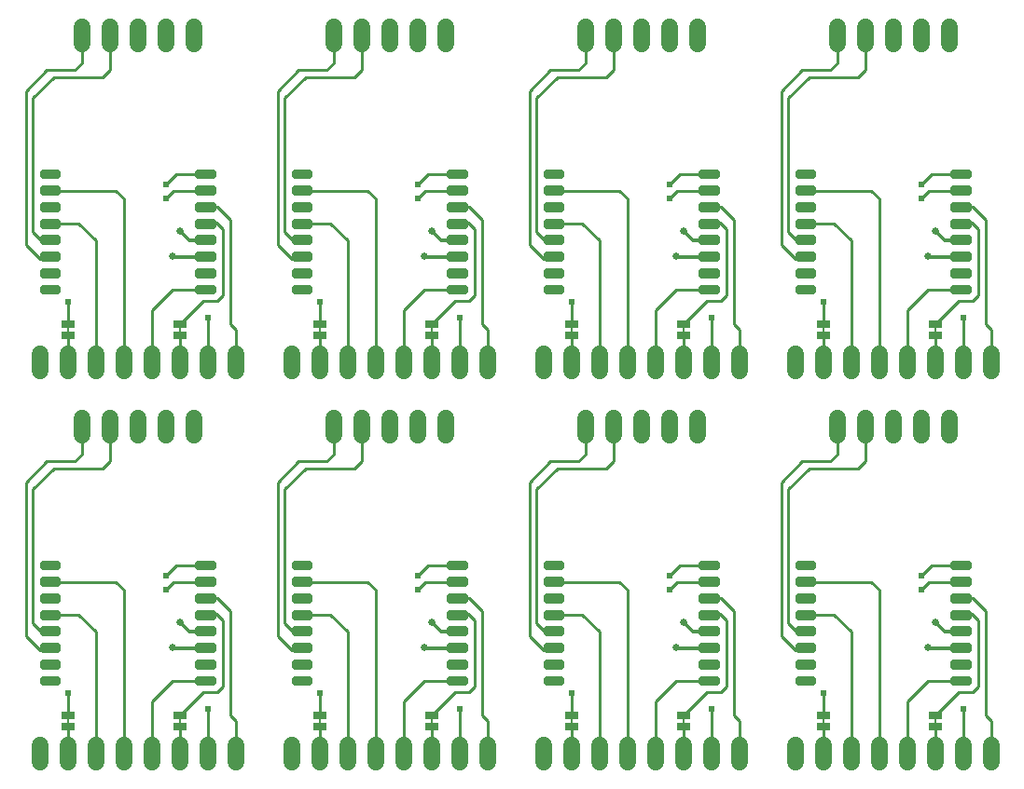
<source format=gtl>
G04 EAGLE Gerber RS-274X export*
G75*
%MOMM*%
%FSLAX34Y34*%
%LPD*%
%INTop Copper*%
%IPPOS*%
%AMOC8*
5,1,8,0,0,1.08239X$1,22.5*%
G01*
%ADD10C,0.648000*%
%ADD11C,1.524000*%
%ADD12C,0.203200*%
%ADD13R,1.270000X0.635000*%
%ADD14C,0.304800*%
%ADD15C,0.254000*%
%ADD16C,0.609600*%
%ADD17C,0.654800*%


D10*
X41360Y198830D02*
X28840Y198830D01*
X28840Y201350D01*
X41360Y201350D01*
X41360Y198830D01*
X41360Y183830D02*
X28840Y183830D01*
X28840Y186350D01*
X41360Y186350D01*
X41360Y183830D01*
X41360Y168830D02*
X28840Y168830D01*
X28840Y171350D01*
X41360Y171350D01*
X41360Y168830D01*
X41360Y153830D02*
X28840Y153830D01*
X28840Y156350D01*
X41360Y156350D01*
X41360Y153830D01*
X41360Y138830D02*
X28840Y138830D01*
X28840Y141350D01*
X41360Y141350D01*
X41360Y138830D01*
X41360Y123830D02*
X28840Y123830D01*
X28840Y126350D01*
X41360Y126350D01*
X41360Y123830D01*
X41360Y108830D02*
X28840Y108830D01*
X28840Y111350D01*
X41360Y111350D01*
X41360Y108830D01*
X41360Y93830D02*
X28840Y93830D01*
X28840Y96350D01*
X41360Y96350D01*
X41360Y93830D01*
X169840Y93830D02*
X182360Y93830D01*
X169840Y93830D02*
X169840Y96350D01*
X182360Y96350D01*
X182360Y93830D01*
X182360Y108830D02*
X169840Y108830D01*
X169840Y111350D01*
X182360Y111350D01*
X182360Y108830D01*
X182360Y123830D02*
X169840Y123830D01*
X169840Y126350D01*
X182360Y126350D01*
X182360Y123830D01*
X182360Y138830D02*
X169840Y138830D01*
X169840Y141350D01*
X182360Y141350D01*
X182360Y138830D01*
X182360Y153830D02*
X169840Y153830D01*
X169840Y156350D01*
X182360Y156350D01*
X182360Y153830D01*
X182360Y168830D02*
X169840Y168830D01*
X169840Y171350D01*
X182360Y171350D01*
X182360Y168830D01*
X182360Y183830D02*
X169840Y183830D01*
X169840Y186350D01*
X182360Y186350D01*
X182360Y183830D01*
X182360Y198830D02*
X169840Y198830D01*
X169840Y201350D01*
X182360Y201350D01*
X182360Y198830D01*
D11*
X63500Y318770D02*
X63500Y334010D01*
X88900Y334010D02*
X88900Y318770D01*
X114300Y318770D02*
X114300Y334010D01*
X139700Y334010D02*
X139700Y318770D01*
X165100Y318770D02*
X165100Y334010D01*
X203200Y36830D02*
X203200Y21590D01*
X177800Y21590D02*
X177800Y36830D01*
X152400Y36830D02*
X152400Y21590D01*
X127000Y21590D02*
X127000Y36830D01*
X101600Y36830D02*
X101600Y21590D01*
X76200Y21590D02*
X76200Y36830D01*
X50800Y36830D02*
X50800Y21590D01*
X25400Y21590D02*
X25400Y36830D01*
D12*
X50800Y54610D02*
X50800Y62230D01*
D13*
X50800Y53340D03*
X50800Y63500D03*
D12*
X152400Y62230D02*
X152400Y54610D01*
D13*
X152400Y53340D03*
X152400Y63500D03*
D10*
X257440Y198830D02*
X269960Y198830D01*
X257440Y198830D02*
X257440Y201350D01*
X269960Y201350D01*
X269960Y198830D01*
X269960Y183830D02*
X257440Y183830D01*
X257440Y186350D01*
X269960Y186350D01*
X269960Y183830D01*
X269960Y168830D02*
X257440Y168830D01*
X257440Y171350D01*
X269960Y171350D01*
X269960Y168830D01*
X269960Y153830D02*
X257440Y153830D01*
X257440Y156350D01*
X269960Y156350D01*
X269960Y153830D01*
X269960Y138830D02*
X257440Y138830D01*
X257440Y141350D01*
X269960Y141350D01*
X269960Y138830D01*
X269960Y123830D02*
X257440Y123830D01*
X257440Y126350D01*
X269960Y126350D01*
X269960Y123830D01*
X269960Y108830D02*
X257440Y108830D01*
X257440Y111350D01*
X269960Y111350D01*
X269960Y108830D01*
X269960Y93830D02*
X257440Y93830D01*
X257440Y96350D01*
X269960Y96350D01*
X269960Y93830D01*
X398440Y93830D02*
X410960Y93830D01*
X398440Y93830D02*
X398440Y96350D01*
X410960Y96350D01*
X410960Y93830D01*
X410960Y108830D02*
X398440Y108830D01*
X398440Y111350D01*
X410960Y111350D01*
X410960Y108830D01*
X410960Y123830D02*
X398440Y123830D01*
X398440Y126350D01*
X410960Y126350D01*
X410960Y123830D01*
X410960Y138830D02*
X398440Y138830D01*
X398440Y141350D01*
X410960Y141350D01*
X410960Y138830D01*
X410960Y153830D02*
X398440Y153830D01*
X398440Y156350D01*
X410960Y156350D01*
X410960Y153830D01*
X410960Y168830D02*
X398440Y168830D01*
X398440Y171350D01*
X410960Y171350D01*
X410960Y168830D01*
X410960Y183830D02*
X398440Y183830D01*
X398440Y186350D01*
X410960Y186350D01*
X410960Y183830D01*
X410960Y198830D02*
X398440Y198830D01*
X398440Y201350D01*
X410960Y201350D01*
X410960Y198830D01*
D11*
X292100Y318770D02*
X292100Y334010D01*
X317500Y334010D02*
X317500Y318770D01*
X342900Y318770D02*
X342900Y334010D01*
X368300Y334010D02*
X368300Y318770D01*
X393700Y318770D02*
X393700Y334010D01*
X431800Y36830D02*
X431800Y21590D01*
X406400Y21590D02*
X406400Y36830D01*
X381000Y36830D02*
X381000Y21590D01*
X355600Y21590D02*
X355600Y36830D01*
X330200Y36830D02*
X330200Y21590D01*
X304800Y21590D02*
X304800Y36830D01*
X279400Y36830D02*
X279400Y21590D01*
X254000Y21590D02*
X254000Y36830D01*
D12*
X279400Y54610D02*
X279400Y62230D01*
D13*
X279400Y53340D03*
X279400Y63500D03*
D12*
X381000Y62230D02*
X381000Y54610D01*
D13*
X381000Y53340D03*
X381000Y63500D03*
D10*
X486040Y198830D02*
X498560Y198830D01*
X486040Y198830D02*
X486040Y201350D01*
X498560Y201350D01*
X498560Y198830D01*
X498560Y183830D02*
X486040Y183830D01*
X486040Y186350D01*
X498560Y186350D01*
X498560Y183830D01*
X498560Y168830D02*
X486040Y168830D01*
X486040Y171350D01*
X498560Y171350D01*
X498560Y168830D01*
X498560Y153830D02*
X486040Y153830D01*
X486040Y156350D01*
X498560Y156350D01*
X498560Y153830D01*
X498560Y138830D02*
X486040Y138830D01*
X486040Y141350D01*
X498560Y141350D01*
X498560Y138830D01*
X498560Y123830D02*
X486040Y123830D01*
X486040Y126350D01*
X498560Y126350D01*
X498560Y123830D01*
X498560Y108830D02*
X486040Y108830D01*
X486040Y111350D01*
X498560Y111350D01*
X498560Y108830D01*
X498560Y93830D02*
X486040Y93830D01*
X486040Y96350D01*
X498560Y96350D01*
X498560Y93830D01*
X627040Y93830D02*
X639560Y93830D01*
X627040Y93830D02*
X627040Y96350D01*
X639560Y96350D01*
X639560Y93830D01*
X639560Y108830D02*
X627040Y108830D01*
X627040Y111350D01*
X639560Y111350D01*
X639560Y108830D01*
X639560Y123830D02*
X627040Y123830D01*
X627040Y126350D01*
X639560Y126350D01*
X639560Y123830D01*
X639560Y138830D02*
X627040Y138830D01*
X627040Y141350D01*
X639560Y141350D01*
X639560Y138830D01*
X639560Y153830D02*
X627040Y153830D01*
X627040Y156350D01*
X639560Y156350D01*
X639560Y153830D01*
X639560Y168830D02*
X627040Y168830D01*
X627040Y171350D01*
X639560Y171350D01*
X639560Y168830D01*
X639560Y183830D02*
X627040Y183830D01*
X627040Y186350D01*
X639560Y186350D01*
X639560Y183830D01*
X639560Y198830D02*
X627040Y198830D01*
X627040Y201350D01*
X639560Y201350D01*
X639560Y198830D01*
D11*
X520700Y318770D02*
X520700Y334010D01*
X546100Y334010D02*
X546100Y318770D01*
X571500Y318770D02*
X571500Y334010D01*
X596900Y334010D02*
X596900Y318770D01*
X622300Y318770D02*
X622300Y334010D01*
X660400Y36830D02*
X660400Y21590D01*
X635000Y21590D02*
X635000Y36830D01*
X609600Y36830D02*
X609600Y21590D01*
X584200Y21590D02*
X584200Y36830D01*
X558800Y36830D02*
X558800Y21590D01*
X533400Y21590D02*
X533400Y36830D01*
X508000Y36830D02*
X508000Y21590D01*
X482600Y21590D02*
X482600Y36830D01*
D12*
X508000Y54610D02*
X508000Y62230D01*
D13*
X508000Y53340D03*
X508000Y63500D03*
D12*
X609600Y62230D02*
X609600Y54610D01*
D13*
X609600Y53340D03*
X609600Y63500D03*
D10*
X714640Y198830D02*
X727160Y198830D01*
X714640Y198830D02*
X714640Y201350D01*
X727160Y201350D01*
X727160Y198830D01*
X727160Y183830D02*
X714640Y183830D01*
X714640Y186350D01*
X727160Y186350D01*
X727160Y183830D01*
X727160Y168830D02*
X714640Y168830D01*
X714640Y171350D01*
X727160Y171350D01*
X727160Y168830D01*
X727160Y153830D02*
X714640Y153830D01*
X714640Y156350D01*
X727160Y156350D01*
X727160Y153830D01*
X727160Y138830D02*
X714640Y138830D01*
X714640Y141350D01*
X727160Y141350D01*
X727160Y138830D01*
X727160Y123830D02*
X714640Y123830D01*
X714640Y126350D01*
X727160Y126350D01*
X727160Y123830D01*
X727160Y108830D02*
X714640Y108830D01*
X714640Y111350D01*
X727160Y111350D01*
X727160Y108830D01*
X727160Y93830D02*
X714640Y93830D01*
X714640Y96350D01*
X727160Y96350D01*
X727160Y93830D01*
X855640Y93830D02*
X868160Y93830D01*
X855640Y93830D02*
X855640Y96350D01*
X868160Y96350D01*
X868160Y93830D01*
X868160Y108830D02*
X855640Y108830D01*
X855640Y111350D01*
X868160Y111350D01*
X868160Y108830D01*
X868160Y123830D02*
X855640Y123830D01*
X855640Y126350D01*
X868160Y126350D01*
X868160Y123830D01*
X868160Y138830D02*
X855640Y138830D01*
X855640Y141350D01*
X868160Y141350D01*
X868160Y138830D01*
X868160Y153830D02*
X855640Y153830D01*
X855640Y156350D01*
X868160Y156350D01*
X868160Y153830D01*
X868160Y168830D02*
X855640Y168830D01*
X855640Y171350D01*
X868160Y171350D01*
X868160Y168830D01*
X868160Y183830D02*
X855640Y183830D01*
X855640Y186350D01*
X868160Y186350D01*
X868160Y183830D01*
X868160Y198830D02*
X855640Y198830D01*
X855640Y201350D01*
X868160Y201350D01*
X868160Y198830D01*
D11*
X749300Y318770D02*
X749300Y334010D01*
X774700Y334010D02*
X774700Y318770D01*
X800100Y318770D02*
X800100Y334010D01*
X825500Y334010D02*
X825500Y318770D01*
X850900Y318770D02*
X850900Y334010D01*
X889000Y36830D02*
X889000Y21590D01*
X863600Y21590D02*
X863600Y36830D01*
X838200Y36830D02*
X838200Y21590D01*
X812800Y21590D02*
X812800Y36830D01*
X787400Y36830D02*
X787400Y21590D01*
X762000Y21590D02*
X762000Y36830D01*
X736600Y36830D02*
X736600Y21590D01*
X711200Y21590D02*
X711200Y36830D01*
D12*
X736600Y54610D02*
X736600Y62230D01*
D13*
X736600Y53340D03*
X736600Y63500D03*
D12*
X838200Y62230D02*
X838200Y54610D01*
D13*
X838200Y53340D03*
X838200Y63500D03*
D10*
X41360Y554430D02*
X28840Y554430D01*
X28840Y556950D01*
X41360Y556950D01*
X41360Y554430D01*
X41360Y539430D02*
X28840Y539430D01*
X28840Y541950D01*
X41360Y541950D01*
X41360Y539430D01*
X41360Y524430D02*
X28840Y524430D01*
X28840Y526950D01*
X41360Y526950D01*
X41360Y524430D01*
X41360Y509430D02*
X28840Y509430D01*
X28840Y511950D01*
X41360Y511950D01*
X41360Y509430D01*
X41360Y494430D02*
X28840Y494430D01*
X28840Y496950D01*
X41360Y496950D01*
X41360Y494430D01*
X41360Y479430D02*
X28840Y479430D01*
X28840Y481950D01*
X41360Y481950D01*
X41360Y479430D01*
X41360Y464430D02*
X28840Y464430D01*
X28840Y466950D01*
X41360Y466950D01*
X41360Y464430D01*
X41360Y449430D02*
X28840Y449430D01*
X28840Y451950D01*
X41360Y451950D01*
X41360Y449430D01*
X169840Y449430D02*
X182360Y449430D01*
X169840Y449430D02*
X169840Y451950D01*
X182360Y451950D01*
X182360Y449430D01*
X182360Y464430D02*
X169840Y464430D01*
X169840Y466950D01*
X182360Y466950D01*
X182360Y464430D01*
X182360Y479430D02*
X169840Y479430D01*
X169840Y481950D01*
X182360Y481950D01*
X182360Y479430D01*
X182360Y494430D02*
X169840Y494430D01*
X169840Y496950D01*
X182360Y496950D01*
X182360Y494430D01*
X182360Y509430D02*
X169840Y509430D01*
X169840Y511950D01*
X182360Y511950D01*
X182360Y509430D01*
X182360Y524430D02*
X169840Y524430D01*
X169840Y526950D01*
X182360Y526950D01*
X182360Y524430D01*
X182360Y539430D02*
X169840Y539430D01*
X169840Y541950D01*
X182360Y541950D01*
X182360Y539430D01*
X182360Y554430D02*
X169840Y554430D01*
X169840Y556950D01*
X182360Y556950D01*
X182360Y554430D01*
D11*
X63500Y674370D02*
X63500Y689610D01*
X88900Y689610D02*
X88900Y674370D01*
X114300Y674370D02*
X114300Y689610D01*
X139700Y689610D02*
X139700Y674370D01*
X165100Y674370D02*
X165100Y689610D01*
X203200Y392430D02*
X203200Y377190D01*
X177800Y377190D02*
X177800Y392430D01*
X152400Y392430D02*
X152400Y377190D01*
X127000Y377190D02*
X127000Y392430D01*
X101600Y392430D02*
X101600Y377190D01*
X76200Y377190D02*
X76200Y392430D01*
X50800Y392430D02*
X50800Y377190D01*
X25400Y377190D02*
X25400Y392430D01*
D12*
X50800Y410210D02*
X50800Y417830D01*
D13*
X50800Y408940D03*
X50800Y419100D03*
D12*
X152400Y417830D02*
X152400Y410210D01*
D13*
X152400Y408940D03*
X152400Y419100D03*
D10*
X257440Y554430D02*
X269960Y554430D01*
X257440Y554430D02*
X257440Y556950D01*
X269960Y556950D01*
X269960Y554430D01*
X269960Y539430D02*
X257440Y539430D01*
X257440Y541950D01*
X269960Y541950D01*
X269960Y539430D01*
X269960Y524430D02*
X257440Y524430D01*
X257440Y526950D01*
X269960Y526950D01*
X269960Y524430D01*
X269960Y509430D02*
X257440Y509430D01*
X257440Y511950D01*
X269960Y511950D01*
X269960Y509430D01*
X269960Y494430D02*
X257440Y494430D01*
X257440Y496950D01*
X269960Y496950D01*
X269960Y494430D01*
X269960Y479430D02*
X257440Y479430D01*
X257440Y481950D01*
X269960Y481950D01*
X269960Y479430D01*
X269960Y464430D02*
X257440Y464430D01*
X257440Y466950D01*
X269960Y466950D01*
X269960Y464430D01*
X269960Y449430D02*
X257440Y449430D01*
X257440Y451950D01*
X269960Y451950D01*
X269960Y449430D01*
X398440Y449430D02*
X410960Y449430D01*
X398440Y449430D02*
X398440Y451950D01*
X410960Y451950D01*
X410960Y449430D01*
X410960Y464430D02*
X398440Y464430D01*
X398440Y466950D01*
X410960Y466950D01*
X410960Y464430D01*
X410960Y479430D02*
X398440Y479430D01*
X398440Y481950D01*
X410960Y481950D01*
X410960Y479430D01*
X410960Y494430D02*
X398440Y494430D01*
X398440Y496950D01*
X410960Y496950D01*
X410960Y494430D01*
X410960Y509430D02*
X398440Y509430D01*
X398440Y511950D01*
X410960Y511950D01*
X410960Y509430D01*
X410960Y524430D02*
X398440Y524430D01*
X398440Y526950D01*
X410960Y526950D01*
X410960Y524430D01*
X410960Y539430D02*
X398440Y539430D01*
X398440Y541950D01*
X410960Y541950D01*
X410960Y539430D01*
X410960Y554430D02*
X398440Y554430D01*
X398440Y556950D01*
X410960Y556950D01*
X410960Y554430D01*
D11*
X292100Y674370D02*
X292100Y689610D01*
X317500Y689610D02*
X317500Y674370D01*
X342900Y674370D02*
X342900Y689610D01*
X368300Y689610D02*
X368300Y674370D01*
X393700Y674370D02*
X393700Y689610D01*
X431800Y392430D02*
X431800Y377190D01*
X406400Y377190D02*
X406400Y392430D01*
X381000Y392430D02*
X381000Y377190D01*
X355600Y377190D02*
X355600Y392430D01*
X330200Y392430D02*
X330200Y377190D01*
X304800Y377190D02*
X304800Y392430D01*
X279400Y392430D02*
X279400Y377190D01*
X254000Y377190D02*
X254000Y392430D01*
D12*
X279400Y410210D02*
X279400Y417830D01*
D13*
X279400Y408940D03*
X279400Y419100D03*
D12*
X381000Y417830D02*
X381000Y410210D01*
D13*
X381000Y408940D03*
X381000Y419100D03*
D10*
X486040Y554430D02*
X498560Y554430D01*
X486040Y554430D02*
X486040Y556950D01*
X498560Y556950D01*
X498560Y554430D01*
X498560Y539430D02*
X486040Y539430D01*
X486040Y541950D01*
X498560Y541950D01*
X498560Y539430D01*
X498560Y524430D02*
X486040Y524430D01*
X486040Y526950D01*
X498560Y526950D01*
X498560Y524430D01*
X498560Y509430D02*
X486040Y509430D01*
X486040Y511950D01*
X498560Y511950D01*
X498560Y509430D01*
X498560Y494430D02*
X486040Y494430D01*
X486040Y496950D01*
X498560Y496950D01*
X498560Y494430D01*
X498560Y479430D02*
X486040Y479430D01*
X486040Y481950D01*
X498560Y481950D01*
X498560Y479430D01*
X498560Y464430D02*
X486040Y464430D01*
X486040Y466950D01*
X498560Y466950D01*
X498560Y464430D01*
X498560Y449430D02*
X486040Y449430D01*
X486040Y451950D01*
X498560Y451950D01*
X498560Y449430D01*
X627040Y449430D02*
X639560Y449430D01*
X627040Y449430D02*
X627040Y451950D01*
X639560Y451950D01*
X639560Y449430D01*
X639560Y464430D02*
X627040Y464430D01*
X627040Y466950D01*
X639560Y466950D01*
X639560Y464430D01*
X639560Y479430D02*
X627040Y479430D01*
X627040Y481950D01*
X639560Y481950D01*
X639560Y479430D01*
X639560Y494430D02*
X627040Y494430D01*
X627040Y496950D01*
X639560Y496950D01*
X639560Y494430D01*
X639560Y509430D02*
X627040Y509430D01*
X627040Y511950D01*
X639560Y511950D01*
X639560Y509430D01*
X639560Y524430D02*
X627040Y524430D01*
X627040Y526950D01*
X639560Y526950D01*
X639560Y524430D01*
X639560Y539430D02*
X627040Y539430D01*
X627040Y541950D01*
X639560Y541950D01*
X639560Y539430D01*
X639560Y554430D02*
X627040Y554430D01*
X627040Y556950D01*
X639560Y556950D01*
X639560Y554430D01*
D11*
X520700Y674370D02*
X520700Y689610D01*
X546100Y689610D02*
X546100Y674370D01*
X571500Y674370D02*
X571500Y689610D01*
X596900Y689610D02*
X596900Y674370D01*
X622300Y674370D02*
X622300Y689610D01*
X660400Y392430D02*
X660400Y377190D01*
X635000Y377190D02*
X635000Y392430D01*
X609600Y392430D02*
X609600Y377190D01*
X584200Y377190D02*
X584200Y392430D01*
X558800Y392430D02*
X558800Y377190D01*
X533400Y377190D02*
X533400Y392430D01*
X508000Y392430D02*
X508000Y377190D01*
X482600Y377190D02*
X482600Y392430D01*
D12*
X508000Y410210D02*
X508000Y417830D01*
D13*
X508000Y408940D03*
X508000Y419100D03*
D12*
X609600Y417830D02*
X609600Y410210D01*
D13*
X609600Y408940D03*
X609600Y419100D03*
D10*
X714640Y554430D02*
X727160Y554430D01*
X714640Y554430D02*
X714640Y556950D01*
X727160Y556950D01*
X727160Y554430D01*
X727160Y539430D02*
X714640Y539430D01*
X714640Y541950D01*
X727160Y541950D01*
X727160Y539430D01*
X727160Y524430D02*
X714640Y524430D01*
X714640Y526950D01*
X727160Y526950D01*
X727160Y524430D01*
X727160Y509430D02*
X714640Y509430D01*
X714640Y511950D01*
X727160Y511950D01*
X727160Y509430D01*
X727160Y494430D02*
X714640Y494430D01*
X714640Y496950D01*
X727160Y496950D01*
X727160Y494430D01*
X727160Y479430D02*
X714640Y479430D01*
X714640Y481950D01*
X727160Y481950D01*
X727160Y479430D01*
X727160Y464430D02*
X714640Y464430D01*
X714640Y466950D01*
X727160Y466950D01*
X727160Y464430D01*
X727160Y449430D02*
X714640Y449430D01*
X714640Y451950D01*
X727160Y451950D01*
X727160Y449430D01*
X855640Y449430D02*
X868160Y449430D01*
X855640Y449430D02*
X855640Y451950D01*
X868160Y451950D01*
X868160Y449430D01*
X868160Y464430D02*
X855640Y464430D01*
X855640Y466950D01*
X868160Y466950D01*
X868160Y464430D01*
X868160Y479430D02*
X855640Y479430D01*
X855640Y481950D01*
X868160Y481950D01*
X868160Y479430D01*
X868160Y494430D02*
X855640Y494430D01*
X855640Y496950D01*
X868160Y496950D01*
X868160Y494430D01*
X868160Y509430D02*
X855640Y509430D01*
X855640Y511950D01*
X868160Y511950D01*
X868160Y509430D01*
X868160Y524430D02*
X855640Y524430D01*
X855640Y526950D01*
X868160Y526950D01*
X868160Y524430D01*
X868160Y539430D02*
X855640Y539430D01*
X855640Y541950D01*
X868160Y541950D01*
X868160Y539430D01*
X868160Y554430D02*
X855640Y554430D01*
X855640Y556950D01*
X868160Y556950D01*
X868160Y554430D01*
D11*
X749300Y674370D02*
X749300Y689610D01*
X774700Y689610D02*
X774700Y674370D01*
X800100Y674370D02*
X800100Y689610D01*
X825500Y689610D02*
X825500Y674370D01*
X850900Y674370D02*
X850900Y689610D01*
X889000Y392430D02*
X889000Y377190D01*
X863600Y377190D02*
X863600Y392430D01*
X838200Y392430D02*
X838200Y377190D01*
X812800Y377190D02*
X812800Y392430D01*
X787400Y392430D02*
X787400Y377190D01*
X762000Y377190D02*
X762000Y392430D01*
X736600Y392430D02*
X736600Y377190D01*
X711200Y377190D02*
X711200Y392430D01*
D12*
X736600Y410210D02*
X736600Y417830D01*
D13*
X736600Y408940D03*
X736600Y419100D03*
D12*
X838200Y417830D02*
X838200Y410210D01*
D13*
X838200Y408940D03*
X838200Y419100D03*
D14*
X35100Y140090D02*
X26280Y140090D01*
D15*
X19050Y147320D01*
X19050Y269240D01*
X38100Y288290D01*
X82550Y288290D02*
X88900Y294640D01*
X88900Y326390D01*
X82550Y288290D02*
X38100Y288290D01*
X149290Y200090D02*
X176100Y200090D01*
X149290Y200090D02*
X139700Y190500D01*
D16*
X139700Y190500D03*
D15*
X50800Y83820D02*
X50800Y63500D01*
D16*
X50800Y83820D03*
X139700Y177800D03*
D15*
X146990Y185090D01*
X176100Y185090D01*
X198120Y158750D02*
X198120Y63500D01*
X198120Y158750D02*
X186690Y170180D01*
X176190Y170180D01*
D14*
X176100Y170090D01*
D15*
X198120Y63500D02*
X203200Y58420D01*
X203200Y29210D01*
X186690Y85090D02*
X191770Y90170D01*
D14*
X186540Y155090D02*
X176100Y155090D01*
D15*
X191770Y149860D02*
X191770Y90170D01*
X191770Y149860D02*
X186540Y155090D01*
X173990Y85090D02*
X152400Y63500D01*
X173990Y85090D02*
X186690Y85090D01*
D14*
X176100Y95090D02*
X175940Y95250D01*
D15*
X146050Y95250D02*
X127000Y76200D01*
X146050Y95250D02*
X175940Y95250D01*
X127000Y76200D02*
X127000Y29210D01*
X63500Y300990D02*
X63500Y326390D01*
X63500Y300990D02*
X57150Y294640D01*
X31750Y294640D01*
X12700Y275590D01*
X12700Y135890D02*
X25400Y123190D01*
D14*
X33200Y123190D01*
X35100Y125090D01*
D15*
X12700Y135890D02*
X12700Y275590D01*
X101600Y177800D02*
X101600Y29210D01*
X94310Y185090D02*
X35100Y185090D01*
X94310Y185090D02*
X101600Y177800D01*
X76200Y139700D02*
X76200Y29210D01*
X60810Y155090D02*
X35100Y155090D01*
X60810Y155090D02*
X76200Y139700D01*
D14*
X160900Y140090D02*
X176100Y140090D01*
X160900Y140090D02*
X152400Y148590D01*
D17*
X152400Y148590D03*
D15*
X177800Y69850D02*
X177800Y29210D01*
D16*
X177800Y69850D03*
D14*
X176100Y125090D02*
X146690Y125090D01*
X146050Y125730D01*
D17*
X146050Y125730D03*
D15*
X50800Y53340D02*
X50800Y29210D01*
X152400Y29210D02*
X152400Y53340D01*
D14*
X254880Y140090D02*
X263700Y140090D01*
D15*
X254880Y140090D02*
X247650Y147320D01*
X247650Y269240D01*
X266700Y288290D01*
X311150Y288290D02*
X317500Y294640D01*
X317500Y326390D01*
X311150Y288290D02*
X266700Y288290D01*
X377890Y200090D02*
X404700Y200090D01*
X377890Y200090D02*
X368300Y190500D01*
D16*
X368300Y190500D03*
D15*
X279400Y83820D02*
X279400Y63500D01*
D16*
X279400Y83820D03*
X368300Y177800D03*
D15*
X375590Y185090D01*
X404700Y185090D01*
X426720Y158750D02*
X426720Y63500D01*
X426720Y158750D02*
X415290Y170180D01*
X404790Y170180D01*
D14*
X404700Y170090D01*
D15*
X426720Y63500D02*
X431800Y58420D01*
X431800Y29210D01*
X415290Y85090D02*
X420370Y90170D01*
D14*
X415140Y155090D02*
X404700Y155090D01*
D15*
X420370Y149860D02*
X420370Y90170D01*
X420370Y149860D02*
X415140Y155090D01*
X402590Y85090D02*
X381000Y63500D01*
X402590Y85090D02*
X415290Y85090D01*
D14*
X404700Y95090D02*
X404540Y95250D01*
D15*
X374650Y95250D02*
X355600Y76200D01*
X374650Y95250D02*
X404540Y95250D01*
X355600Y76200D02*
X355600Y29210D01*
X292100Y300990D02*
X292100Y326390D01*
X292100Y300990D02*
X285750Y294640D01*
X260350Y294640D01*
X241300Y275590D01*
X241300Y135890D02*
X254000Y123190D01*
D14*
X261800Y123190D01*
X263700Y125090D01*
D15*
X241300Y135890D02*
X241300Y275590D01*
X330200Y177800D02*
X330200Y29210D01*
X322910Y185090D02*
X263700Y185090D01*
X322910Y185090D02*
X330200Y177800D01*
X304800Y139700D02*
X304800Y29210D01*
X289410Y155090D02*
X263700Y155090D01*
X289410Y155090D02*
X304800Y139700D01*
D14*
X389500Y140090D02*
X404700Y140090D01*
X389500Y140090D02*
X381000Y148590D01*
D17*
X381000Y148590D03*
D15*
X406400Y69850D02*
X406400Y29210D01*
D16*
X406400Y69850D03*
D14*
X404700Y125090D02*
X375290Y125090D01*
X374650Y125730D01*
D17*
X374650Y125730D03*
D15*
X279400Y53340D02*
X279400Y29210D01*
X381000Y29210D02*
X381000Y53340D01*
D14*
X483480Y140090D02*
X492300Y140090D01*
D15*
X483480Y140090D02*
X476250Y147320D01*
X476250Y269240D01*
X495300Y288290D01*
X539750Y288290D02*
X546100Y294640D01*
X546100Y326390D01*
X539750Y288290D02*
X495300Y288290D01*
X606490Y200090D02*
X633300Y200090D01*
X606490Y200090D02*
X596900Y190500D01*
D16*
X596900Y190500D03*
D15*
X508000Y83820D02*
X508000Y63500D01*
D16*
X508000Y83820D03*
X596900Y177800D03*
D15*
X604190Y185090D01*
X633300Y185090D01*
X655320Y158750D02*
X655320Y63500D01*
X655320Y158750D02*
X643890Y170180D01*
X633390Y170180D01*
D14*
X633300Y170090D01*
D15*
X655320Y63500D02*
X660400Y58420D01*
X660400Y29210D01*
X643890Y85090D02*
X648970Y90170D01*
D14*
X643740Y155090D02*
X633300Y155090D01*
D15*
X648970Y149860D02*
X648970Y90170D01*
X648970Y149860D02*
X643740Y155090D01*
X631190Y85090D02*
X609600Y63500D01*
X631190Y85090D02*
X643890Y85090D01*
D14*
X633300Y95090D02*
X633140Y95250D01*
D15*
X603250Y95250D02*
X584200Y76200D01*
X603250Y95250D02*
X633140Y95250D01*
X584200Y76200D02*
X584200Y29210D01*
X520700Y300990D02*
X520700Y326390D01*
X520700Y300990D02*
X514350Y294640D01*
X488950Y294640D01*
X469900Y275590D01*
X469900Y135890D02*
X482600Y123190D01*
D14*
X490400Y123190D01*
X492300Y125090D01*
D15*
X469900Y135890D02*
X469900Y275590D01*
X558800Y177800D02*
X558800Y29210D01*
X551510Y185090D02*
X492300Y185090D01*
X551510Y185090D02*
X558800Y177800D01*
X533400Y139700D02*
X533400Y29210D01*
X518010Y155090D02*
X492300Y155090D01*
X518010Y155090D02*
X533400Y139700D01*
D14*
X618100Y140090D02*
X633300Y140090D01*
X618100Y140090D02*
X609600Y148590D01*
D17*
X609600Y148590D03*
D15*
X635000Y69850D02*
X635000Y29210D01*
D16*
X635000Y69850D03*
D14*
X633300Y125090D02*
X603890Y125090D01*
X603250Y125730D01*
D17*
X603250Y125730D03*
D15*
X508000Y53340D02*
X508000Y29210D01*
X609600Y29210D02*
X609600Y53340D01*
D14*
X712080Y140090D02*
X720900Y140090D01*
D15*
X712080Y140090D02*
X704850Y147320D01*
X704850Y269240D01*
X723900Y288290D01*
X768350Y288290D02*
X774700Y294640D01*
X774700Y326390D01*
X768350Y288290D02*
X723900Y288290D01*
X835090Y200090D02*
X861900Y200090D01*
X835090Y200090D02*
X825500Y190500D01*
D16*
X825500Y190500D03*
D15*
X736600Y83820D02*
X736600Y63500D01*
D16*
X736600Y83820D03*
X825500Y177800D03*
D15*
X832790Y185090D01*
X861900Y185090D01*
X883920Y158750D02*
X883920Y63500D01*
X883920Y158750D02*
X872490Y170180D01*
X861990Y170180D01*
D14*
X861900Y170090D01*
D15*
X883920Y63500D02*
X889000Y58420D01*
X889000Y29210D01*
X872490Y85090D02*
X877570Y90170D01*
D14*
X872340Y155090D02*
X861900Y155090D01*
D15*
X877570Y149860D02*
X877570Y90170D01*
X877570Y149860D02*
X872340Y155090D01*
X859790Y85090D02*
X838200Y63500D01*
X859790Y85090D02*
X872490Y85090D01*
D14*
X861900Y95090D02*
X861740Y95250D01*
D15*
X831850Y95250D02*
X812800Y76200D01*
X831850Y95250D02*
X861740Y95250D01*
X812800Y76200D02*
X812800Y29210D01*
X749300Y300990D02*
X749300Y326390D01*
X749300Y300990D02*
X742950Y294640D01*
X717550Y294640D01*
X698500Y275590D01*
X698500Y135890D02*
X711200Y123190D01*
D14*
X719000Y123190D01*
X720900Y125090D01*
D15*
X698500Y135890D02*
X698500Y275590D01*
X787400Y177800D02*
X787400Y29210D01*
X780110Y185090D02*
X720900Y185090D01*
X780110Y185090D02*
X787400Y177800D01*
X762000Y139700D02*
X762000Y29210D01*
X746610Y155090D02*
X720900Y155090D01*
X746610Y155090D02*
X762000Y139700D01*
D14*
X846700Y140090D02*
X861900Y140090D01*
X846700Y140090D02*
X838200Y148590D01*
D17*
X838200Y148590D03*
D15*
X863600Y69850D02*
X863600Y29210D01*
D16*
X863600Y69850D03*
D14*
X861900Y125090D02*
X832490Y125090D01*
X831850Y125730D01*
D17*
X831850Y125730D03*
D15*
X736600Y53340D02*
X736600Y29210D01*
X838200Y29210D02*
X838200Y53340D01*
D14*
X35100Y495690D02*
X26280Y495690D01*
D15*
X19050Y502920D01*
X19050Y624840D01*
X38100Y643890D01*
X82550Y643890D02*
X88900Y650240D01*
X88900Y681990D01*
X82550Y643890D02*
X38100Y643890D01*
X149290Y555690D02*
X176100Y555690D01*
X149290Y555690D02*
X139700Y546100D01*
D16*
X139700Y546100D03*
D15*
X50800Y439420D02*
X50800Y419100D01*
D16*
X50800Y439420D03*
X139700Y533400D03*
D15*
X146990Y540690D01*
X176100Y540690D01*
X198120Y514350D02*
X198120Y419100D01*
X198120Y514350D02*
X186690Y525780D01*
X176190Y525780D01*
D14*
X176100Y525690D01*
D15*
X198120Y419100D02*
X203200Y414020D01*
X203200Y384810D01*
X186690Y440690D02*
X191770Y445770D01*
D14*
X186540Y510690D02*
X176100Y510690D01*
D15*
X191770Y505460D02*
X191770Y445770D01*
X191770Y505460D02*
X186540Y510690D01*
X173990Y440690D02*
X152400Y419100D01*
X173990Y440690D02*
X186690Y440690D01*
D14*
X176100Y450690D02*
X175940Y450850D01*
D15*
X146050Y450850D02*
X127000Y431800D01*
X146050Y450850D02*
X175940Y450850D01*
X127000Y431800D02*
X127000Y384810D01*
X63500Y656590D02*
X63500Y681990D01*
X63500Y656590D02*
X57150Y650240D01*
X31750Y650240D01*
X12700Y631190D01*
X12700Y491490D02*
X25400Y478790D01*
D14*
X33200Y478790D01*
X35100Y480690D01*
D15*
X12700Y491490D02*
X12700Y631190D01*
X101600Y533400D02*
X101600Y384810D01*
X94310Y540690D02*
X35100Y540690D01*
X94310Y540690D02*
X101600Y533400D01*
X76200Y495300D02*
X76200Y384810D01*
X60810Y510690D02*
X35100Y510690D01*
X60810Y510690D02*
X76200Y495300D01*
D14*
X160900Y495690D02*
X176100Y495690D01*
X160900Y495690D02*
X152400Y504190D01*
D17*
X152400Y504190D03*
D15*
X177800Y425450D02*
X177800Y384810D01*
D16*
X177800Y425450D03*
D14*
X176100Y480690D02*
X146690Y480690D01*
X146050Y481330D01*
D17*
X146050Y481330D03*
D15*
X50800Y408940D02*
X50800Y384810D01*
X152400Y384810D02*
X152400Y408940D01*
D14*
X254880Y495690D02*
X263700Y495690D01*
D15*
X254880Y495690D02*
X247650Y502920D01*
X247650Y624840D01*
X266700Y643890D01*
X311150Y643890D02*
X317500Y650240D01*
X317500Y681990D01*
X311150Y643890D02*
X266700Y643890D01*
X377890Y555690D02*
X404700Y555690D01*
X377890Y555690D02*
X368300Y546100D01*
D16*
X368300Y546100D03*
D15*
X279400Y439420D02*
X279400Y419100D01*
D16*
X279400Y439420D03*
X368300Y533400D03*
D15*
X375590Y540690D01*
X404700Y540690D01*
X426720Y514350D02*
X426720Y419100D01*
X426720Y514350D02*
X415290Y525780D01*
X404790Y525780D01*
D14*
X404700Y525690D01*
D15*
X426720Y419100D02*
X431800Y414020D01*
X431800Y384810D01*
X415290Y440690D02*
X420370Y445770D01*
D14*
X415140Y510690D02*
X404700Y510690D01*
D15*
X420370Y505460D02*
X420370Y445770D01*
X420370Y505460D02*
X415140Y510690D01*
X402590Y440690D02*
X381000Y419100D01*
X402590Y440690D02*
X415290Y440690D01*
D14*
X404700Y450690D02*
X404540Y450850D01*
D15*
X374650Y450850D02*
X355600Y431800D01*
X374650Y450850D02*
X404540Y450850D01*
X355600Y431800D02*
X355600Y384810D01*
X292100Y656590D02*
X292100Y681990D01*
X292100Y656590D02*
X285750Y650240D01*
X260350Y650240D01*
X241300Y631190D01*
X241300Y491490D02*
X254000Y478790D01*
D14*
X261800Y478790D01*
X263700Y480690D01*
D15*
X241300Y491490D02*
X241300Y631190D01*
X330200Y533400D02*
X330200Y384810D01*
X322910Y540690D02*
X263700Y540690D01*
X322910Y540690D02*
X330200Y533400D01*
X304800Y495300D02*
X304800Y384810D01*
X289410Y510690D02*
X263700Y510690D01*
X289410Y510690D02*
X304800Y495300D01*
D14*
X389500Y495690D02*
X404700Y495690D01*
X389500Y495690D02*
X381000Y504190D01*
D17*
X381000Y504190D03*
D15*
X406400Y425450D02*
X406400Y384810D01*
D16*
X406400Y425450D03*
D14*
X404700Y480690D02*
X375290Y480690D01*
X374650Y481330D01*
D17*
X374650Y481330D03*
D15*
X279400Y408940D02*
X279400Y384810D01*
X381000Y384810D02*
X381000Y408940D01*
D14*
X483480Y495690D02*
X492300Y495690D01*
D15*
X483480Y495690D02*
X476250Y502920D01*
X476250Y624840D01*
X495300Y643890D01*
X539750Y643890D02*
X546100Y650240D01*
X546100Y681990D01*
X539750Y643890D02*
X495300Y643890D01*
X606490Y555690D02*
X633300Y555690D01*
X606490Y555690D02*
X596900Y546100D01*
D16*
X596900Y546100D03*
D15*
X508000Y439420D02*
X508000Y419100D01*
D16*
X508000Y439420D03*
X596900Y533400D03*
D15*
X604190Y540690D01*
X633300Y540690D01*
X655320Y514350D02*
X655320Y419100D01*
X655320Y514350D02*
X643890Y525780D01*
X633390Y525780D01*
D14*
X633300Y525690D01*
D15*
X655320Y419100D02*
X660400Y414020D01*
X660400Y384810D01*
X643890Y440690D02*
X648970Y445770D01*
D14*
X643740Y510690D02*
X633300Y510690D01*
D15*
X648970Y505460D02*
X648970Y445770D01*
X648970Y505460D02*
X643740Y510690D01*
X631190Y440690D02*
X609600Y419100D01*
X631190Y440690D02*
X643890Y440690D01*
D14*
X633300Y450690D02*
X633140Y450850D01*
D15*
X603250Y450850D02*
X584200Y431800D01*
X603250Y450850D02*
X633140Y450850D01*
X584200Y431800D02*
X584200Y384810D01*
X520700Y656590D02*
X520700Y681990D01*
X520700Y656590D02*
X514350Y650240D01*
X488950Y650240D01*
X469900Y631190D01*
X469900Y491490D02*
X482600Y478790D01*
D14*
X490400Y478790D01*
X492300Y480690D01*
D15*
X469900Y491490D02*
X469900Y631190D01*
X558800Y533400D02*
X558800Y384810D01*
X551510Y540690D02*
X492300Y540690D01*
X551510Y540690D02*
X558800Y533400D01*
X533400Y495300D02*
X533400Y384810D01*
X518010Y510690D02*
X492300Y510690D01*
X518010Y510690D02*
X533400Y495300D01*
D14*
X618100Y495690D02*
X633300Y495690D01*
X618100Y495690D02*
X609600Y504190D01*
D17*
X609600Y504190D03*
D15*
X635000Y425450D02*
X635000Y384810D01*
D16*
X635000Y425450D03*
D14*
X633300Y480690D02*
X603890Y480690D01*
X603250Y481330D01*
D17*
X603250Y481330D03*
D15*
X508000Y408940D02*
X508000Y384810D01*
X609600Y384810D02*
X609600Y408940D01*
D14*
X712080Y495690D02*
X720900Y495690D01*
D15*
X712080Y495690D02*
X704850Y502920D01*
X704850Y624840D01*
X723900Y643890D01*
X768350Y643890D02*
X774700Y650240D01*
X774700Y681990D01*
X768350Y643890D02*
X723900Y643890D01*
X835090Y555690D02*
X861900Y555690D01*
X835090Y555690D02*
X825500Y546100D01*
D16*
X825500Y546100D03*
D15*
X736600Y439420D02*
X736600Y419100D01*
D16*
X736600Y439420D03*
X825500Y533400D03*
D15*
X832790Y540690D01*
X861900Y540690D01*
X883920Y514350D02*
X883920Y419100D01*
X883920Y514350D02*
X872490Y525780D01*
X861990Y525780D01*
D14*
X861900Y525690D01*
D15*
X883920Y419100D02*
X889000Y414020D01*
X889000Y384810D01*
X872490Y440690D02*
X877570Y445770D01*
D14*
X872340Y510690D02*
X861900Y510690D01*
D15*
X877570Y505460D02*
X877570Y445770D01*
X877570Y505460D02*
X872340Y510690D01*
X859790Y440690D02*
X838200Y419100D01*
X859790Y440690D02*
X872490Y440690D01*
D14*
X861900Y450690D02*
X861740Y450850D01*
D15*
X831850Y450850D02*
X812800Y431800D01*
X831850Y450850D02*
X861740Y450850D01*
X812800Y431800D02*
X812800Y384810D01*
X749300Y656590D02*
X749300Y681990D01*
X749300Y656590D02*
X742950Y650240D01*
X717550Y650240D01*
X698500Y631190D01*
X698500Y491490D02*
X711200Y478790D01*
D14*
X719000Y478790D01*
X720900Y480690D01*
D15*
X698500Y491490D02*
X698500Y631190D01*
X787400Y533400D02*
X787400Y384810D01*
X780110Y540690D02*
X720900Y540690D01*
X780110Y540690D02*
X787400Y533400D01*
X762000Y495300D02*
X762000Y384810D01*
X746610Y510690D02*
X720900Y510690D01*
X746610Y510690D02*
X762000Y495300D01*
D14*
X846700Y495690D02*
X861900Y495690D01*
X846700Y495690D02*
X838200Y504190D01*
D17*
X838200Y504190D03*
D15*
X863600Y425450D02*
X863600Y384810D01*
D16*
X863600Y425450D03*
D14*
X861900Y480690D02*
X832490Y480690D01*
X831850Y481330D01*
D17*
X831850Y481330D03*
D15*
X736600Y408940D02*
X736600Y384810D01*
X838200Y384810D02*
X838200Y408940D01*
M02*

</source>
